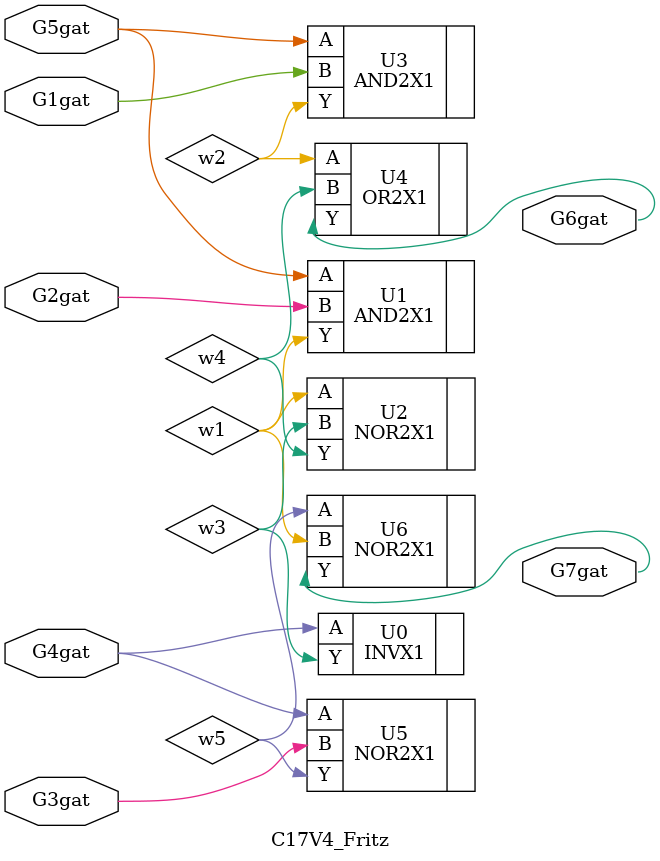
<source format=v>
module C17V4_Fritz (
    G1gat, G2gat, G3gat, G4gat, G5gat, G6gat, G7gat );
  input  G1gat, G2gat, G3gat, G4gat, G5gat;
  output G6gat, G7gat ;
  wire w1, w2, w3, w4, w5;

  AND2X1    U1(.A(G5gat), .B(G2gat), .Y(w1));
  AND2X1    U3(.A(G5gat), .B(G1gat), .Y(w2));
  INVX1     U0(.A(G4gat), .Y(w3));

  NOR2X1    U2(.A(w1), .B(w3), .Y(w4));
  NOR2X1    U5(.A(G4gat), .B(G3gat), .Y(w5));
  
  OR2X1     U4(.A(w2), .B(w4), .Y(G6gat));
  NOR2X1    U6(.A(w5), .B(w1), .Y(G7gat));


endmodule



</source>
